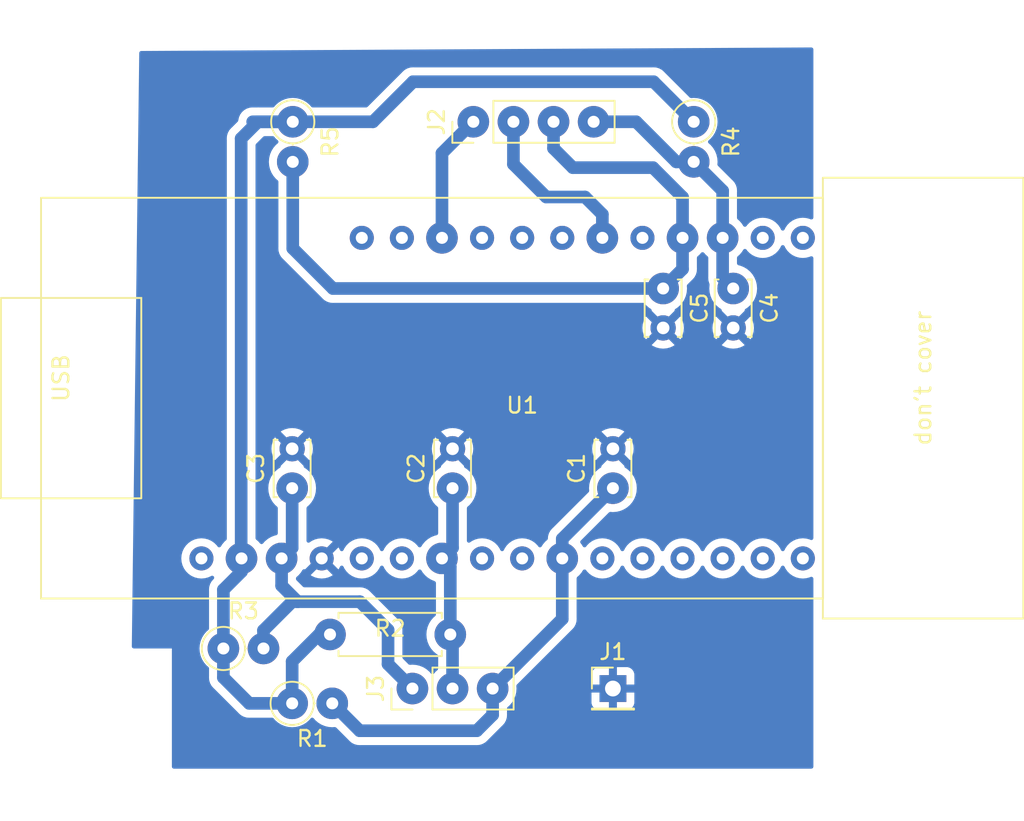
<source format=kicad_pcb>
(kicad_pcb (version 20211014) (generator pcbnew)
  (layers (0 "F.Cu" signal) (31 "B.Cu" signal) (37 "F.SilkS" user "F.Silkscreen") (44 "Edge.Cuts" user))
  (net 0 "")
  (net 1 "Net-(D1-Pad3)")
  (net 2 "+3.3V")
  (net 3 "Net-(C4-Pad1)")
  (net 4 "Net-(C5-Pad1)")
  (net 13 "GND")
  (net 22 "Net-(D1-Pad4)")
  (net 23 "Net-(C3-Pad1)")
  (net 24 "Net-(J3-Pad3)")
  (net 25 "Net-(J3-Pad2)")
  (footprint "Connector_PinHeader_2.54mm:PinHeader_1x01_P2.54mm_Vertical" (layer "F.Cu") (at 149.86 104.14)
    (fp_text reference "J1" (at 0 -2.33) (layer "F.SilkS"))
    (fp_text value "Conn_01x01_Female" hide)
    (fp_line (start -1.33 -1.33) (end 0 -1.33) (layer "F.SilkS") (width 0.12))
    (fp_line (start -1.33 1.33) (end 1.33 1.33) (layer "F.SilkS") (width 0.12))
    (fp_line (start -1.33 1.27) (end 1.33 1.27) (layer "F.SilkS") (width 0.12))
    (fp_line (start -1.33 1.27) (end -1.33 1.33) (layer "F.SilkS") (width 0.12))
    (fp_line (start -1.33 0) (end -1.33 -1.33) (layer "F.SilkS") (width 0.12))
    (fp_line (start 1.33 1.27) (end 1.33 1.33) (layer "F.SilkS") (width 0.12))
    (pad "1" thru_hole rect (at 0 0) (size 1.7 1.7) (drill 1) (layers *.Cu *.Mask) (net 13 "GND"))
  )
  (footprint "Connector_PinHeader_2.54mm:PinHeader_1x04_P2.54mm_Vertical" (layer "F.Cu") (at 141.017528 68.213111 90)
    (fp_text reference "J2" (at 0 -2.33 90) (layer "F.SilkS"))
    (fp_text value "Conn_01x04_Female")
    (fp_line (start 1.33 1.27) (end 1.33 8.95) (layer "F.SilkS") (width 0.12))
    (fp_line (start -1.33 1.27) (end 1.33 1.27) (layer "F.SilkS") (width 0.12))
    (fp_line (start -1.33 0) (end -1.33 -1.33) (layer "F.SilkS") (width 0.12))
    (fp_line (start -1.33 1.27) (end -1.33 8.95) (layer "F.SilkS") (width 0.12))
    (fp_line (start -1.33 8.95) (end 1.33 8.95) (layer "F.SilkS") (width 0.12))
    (fp_line (start -1.33 -1.33) (end 0 -1.33) (layer "F.SilkS") (width 0.12))
    (pad "1" thru_hole circle (at 0 0 270) (size 2 2) (drill 0.762) (layers *.Cu *.Mask) (net 1 "Net-(D1-Pad3)"))
    (pad "2" thru_hole circle (at 0 2.54 270) (size 2 2) (drill 0.762) (layers *.Cu *.Mask) (net 22 "Net-(D1-Pad4)"))
    (pad "3" thru_hole circle (at 0 5.08 270) (size 2 2) (drill 0.762) (layers *.Cu *.Mask) (net 4 "Net-(C5-Pad1)"))
    (pad "4" thru_hole circle (at 0 7.62 270) (size 2 2) (drill 0.762) (layers *.Cu *.Mask) (net 3 "Net-(C4-Pad1)"))
  )
  (footprint "Resistor_THT:R_Axial_DIN0207_L6.3mm_D2.5mm_P2.54mm_Vertical" (layer "F.Cu") (at 129.577528 68.213111 -90)
    (fp_text reference "R5" (at 1.27 -2.37 90) (layer "F.SilkS"))
    (fp_text value "1k")
    (fp_line (start 1.37 0) (end 1.44 0) (layer "F.SilkS") (width 0.12))
    (fp_circle (center 0 0) (end 1.37 0) (layer "F.SilkS") (width 0.12) (fill none))
    (pad "1" thru_hole circle (at 0 0 90) (size 2 2) (drill 0.762) (layers *.Cu *.Mask) (net 2 "+3.3V"))
    (pad "2" thru_hole circle (at 2.54 0 90) (size 2 2) (drill 0.762) (layers *.Cu *.Mask) (net 4 "Net-(C5-Pad1)"))
  )
  (footprint "Capacitor_THT:C_Disc_D3.4mm_W2.1mm_P2.50mm" (layer "F.Cu") (at 149.86 91.44 90)
    (fp_text reference "C1" (at 1.25 -2.3 90) (layer "F.SilkS"))
    (fp_text value "100nF")
    (fp_line (start -0.57 0.925) (end -0.57 1.17) (layer "F.SilkS") (width 0.12))
    (fp_line (start 3.07 0.925) (end 3.07 1.17) (layer "F.SilkS") (width 0.12))
    (fp_line (start -0.57 -1.17) (end -0.57 -0.925) (layer "F.SilkS") (width 0.12))
    (fp_line (start 3.07 -1.17) (end 3.07 -0.925) (layer "F.SilkS") (width 0.12))
    (fp_line (start -0.57 -1.17) (end 3.07 -1.17) (layer "F.SilkS") (width 0.12))
    (fp_line (start -0.57 1.17) (end 3.07 1.17) (layer "F.SilkS") (width 0.12))
    (pad "1" thru_hole circle (at 0 0 270) (size 2 2) (drill 0.762) (layers *.Cu *.Mask) (net 24 "Net-(J3-Pad3)"))
    (pad "2" thru_hole circle (at 2.5 0 90) (size 1.6 1.6) (drill 0.8) (layers *.Cu *.Mask) (net 13 "GND"))
  )
  (footprint "Resistor_THT:R_Axial_DIN0207_L6.3mm_D2.5mm_P2.54mm_Vertical" (layer "F.Cu") (at 154.977528 68.213111 -90)
    (fp_text reference "R4" (at 1.27 -2.37 90) (layer "F.SilkS"))
    (fp_text value "1k")
    (fp_line (start 1.37 0) (end 1.44 0) (layer "F.SilkS") (width 0.12))
    (fp_circle (center 0 0) (end 1.37 0) (layer "F.SilkS") (width 0.12) (fill none))
    (pad "1" thru_hole circle (at 0 0 90) (size 2 2) (drill 0.762) (layers *.Cu *.Mask) (net 2 "+3.3V"))
    (pad "2" thru_hole circle (at 2.54 0 90) (size 2 2) (drill 0.762) (layers *.Cu *.Mask) (net 3 "Net-(C4-Pad1)"))
  )
  (footprint "Capacitor_THT:C_Disc_D3.4mm_W2.1mm_P2.50mm" (layer "F.Cu") (at 157.48 78.78 -90)
    (fp_text reference "C4" (at 1.25 -2.3 90) (layer "F.SilkS"))
    (fp_text value "100nF")
    (fp_line (start -0.57 -1.17) (end 3.07 -1.17) (layer "F.SilkS") (width 0.12))
    (fp_line (start -0.57 -1.17) (end -0.57 -0.925) (layer "F.SilkS") (width 0.12))
    (fp_line (start 3.07 0.925) (end 3.07 1.17) (layer "F.SilkS") (width 0.12))
    (fp_line (start 3.07 -1.17) (end 3.07 -0.925) (layer "F.SilkS") (width 0.12))
    (fp_line (start -0.57 0.925) (end -0.57 1.17) (layer "F.SilkS") (width 0.12))
    (fp_line (start -0.57 1.17) (end 3.07 1.17) (layer "F.SilkS") (width 0.12))
    (pad "1" thru_hole circle (at 0 0 90) (size 2 2) (drill 0.762) (layers *.Cu *.Mask) (net 3 "Net-(C4-Pad1)"))
    (pad "2" thru_hole circle (at 2.5 0 270) (size 1.6 1.6) (drill 0.8) (layers *.Cu *.Mask) (net 13 "GND"))
  )
  (footprint "Capacitor_THT:C_Disc_D3.4mm_W2.1mm_P2.50mm" (layer "F.Cu") (at 139.7 91.44 90)
    (fp_text reference "C2" (at 1.25 -2.3 90) (layer "F.SilkS"))
    (fp_text value "100nF")
    (fp_line (start -0.57 -1.17) (end -0.57 -0.925) (layer "F.SilkS") (width 0.12))
    (fp_line (start 3.07 0.925) (end 3.07 1.17) (layer "F.SilkS") (width 0.12))
    (fp_line (start -0.57 0.925) (end -0.57 1.17) (layer "F.SilkS") (width 0.12))
    (fp_line (start -0.57 -1.17) (end 3.07 -1.17) (layer "F.SilkS") (width 0.12))
    (fp_line (start 3.07 -1.17) (end 3.07 -0.925) (layer "F.SilkS") (width 0.12))
    (fp_line (start -0.57 1.17) (end 3.07 1.17) (layer "F.SilkS") (width 0.12))
    (pad "1" thru_hole circle (at 0 0 270) (size 2 2) (drill 0.762) (layers *.Cu *.Mask) (net 25 "Net-(J3-Pad2)"))
    (pad "2" thru_hole circle (at 2.5 0 90) (size 1.6 1.6) (drill 0.8) (layers *.Cu *.Mask) (net 13 "GND"))
  )
  (footprint "BerndsMainLibrary:ESP32 ePulse Feather" (layer "F.Cu") (at 154.271282 85.730266 -90)
    (fp_text reference "U1" (at 0.46 10.16 unlocked) (layer "F.SilkS"))
    (fp_text value "ESP32_ePulse_Feather")
    (fp_text user "USB" (at -1.27 39.37 90 unlocked) (layer "F.SilkS"))
    (fp_text user "don't cover" (at -1.27 -15.24 90 unlocked) (layer "F.SilkS"))
    (fp_rect (start 12.7 40.64) (end -12.7 -8.89) (layer "F.SilkS") (width 0.12) (fill none))
    (fp_rect (start 13.97 -8.89) (end -13.97 -21.59) (layer "F.SilkS") (width 0.12) (fill none))
    (fp_rect (start -6.35 34.29) (end 6.35 43.18) (layer "F.SilkS") (width 0.12) (fill none))
    (pad "1" thru_hole circle (at -10.16 -7.62 90) (size 1.524 1.524) (drill 0.762) (layers *.Cu *.Mask))
    (pad "2" thru_hole circle (at -10.16 -5.08 90) (size 1.524 1.524) (drill 0.762) (layers *.Cu *.Mask))
    (pad "3" thru_hole circle (at -10.16 -2.54 90) (size 2 2) (drill 0.762) (layers *.Cu *.Mask) (net 3 "Net-(C4-Pad1)"))
    (pad "4" thru_hole circle (at -10.16 0 90) (size 2 2) (drill 0.762) (layers *.Cu *.Mask) (net 4 "Net-(C5-Pad1)"))
    (pad "5" thru_hole circle (at -10.16 2.54 90) (size 1.524 1.524) (drill 0.762) (layers *.Cu *.Mask))
    (pad "6" thru_hole circle (at -10.16 5.08 90) (size 2 2) (drill 0.762) (layers *.Cu *.Mask) (net 22 "Net-(D1-Pad4)"))
    (pad "7" thru_hole circle (at -10.16 7.62 90) (size 1.524 1.524) (drill 0.762) (layers *.Cu *.Mask))
    (pad "8" thru_hole circle (at -10.16 10.16 90) (size 1.524 1.524) (drill 0.762) (layers *.Cu *.Mask))
    (pad "9" thru_hole circle (at -10.16 12.7 90) (size 1.524 1.524) (drill 0.762) (layers *.Cu *.Mask))
    (pad "10" thru_hole circle (at -10.16 15.24 90) (size 2 2) (drill 0.762) (layers *.Cu *.Mask) (net 1 "Net-(D1-Pad3)"))
    (pad "11" thru_hole circle (at -10.16 17.78 90) (size 1.524 1.524) (drill 0.762) (layers *.Cu *.Mask))
    (pad "12" thru_hole circle (at -10.16 20.32 90) (size 1.524 1.524) (drill 0.762) (layers *.Cu *.Mask))
    (pad "13" thru_hole circle (at 10.16 30.48 90) (size 1.524 1.524) (drill 0.762) (layers *.Cu *.Mask))
    (pad "14" thru_hole circle (at 10.16 27.94 90) (size 2 2) (drill 0.762) (layers *.Cu *.Mask) (net 2 "+3.3V"))
    (pad "15" thru_hole circle (at 10.16 25.4 90) (size 2 2) (drill 0.762) (layers *.Cu *.Mask) (net 23 "Net-(C3-Pad1)"))
    (pad "16" thru_hole circle (at 10.16 22.86 90) (size 1.524 1.524) (drill 0.762) (layers *.Cu *.Mask) (net 13 "GND"))
    (pad "17" thru_hole circle (at 10.16 20.32 90) (size 1.524 1.524) (drill 0.762) (layers *.Cu *.Mask))
    (pad "18" thru_hole circle (at 10.16 17.78 90) (size 1.524 1.524) (drill 0.762) (layers *.Cu *.Mask))
    (pad "19" thru_hole circle (at 10.16 15.24 90) (size 2 2) (drill 0.762) (layers *.Cu *.Mask) (net 25 "Net-(J3-Pad2)"))
    (pad "20" thru_hole circle (at 10.16 12.7 90) (size 1.524 1.524) (drill 0.762) (layers *.Cu *.Mask))
    (pad "21" thru_hole circle (at 10.16 10.16 90) (size 1.524 1.524) (drill 0.762) (layers *.Cu *.Mask))
    (pad "22" thru_hole circle (at 10.16 7.62 90) (size 2 2) (drill 0.762) (layers *.Cu *.Mask) (net 24 "Net-(J3-Pad3)"))
    (pad "23" thru_hole circle (at 10.16 5.08 90) (size 1.524 1.524) (drill 0.762) (layers *.Cu *.Mask))
    (pad "24" thru_hole circle (at 10.16 2.54 90) (size 1.524 1.524) (drill 0.762) (layers *.Cu *.Mask))
    (pad "25" thru_hole circle (at 10.16 0 90) (size 1.524 1.524) (drill 0.762) (layers *.Cu *.Mask))
    (pad "26" thru_hole circle (at 10.16 -2.54 90) (size 1.524 1.524) (drill 0.762) (layers *.Cu *.Mask))
    (pad "27" thru_hole circle (at 10.16 -5.08 90) (size 1.524 1.524) (drill 0.762) (layers *.Cu *.Mask))
    (pad "28" thru_hole circle (at 10.16 -7.62 90) (size 1.524 1.524) (drill 0.762) (layers *.Cu *.Mask))
  )
  (footprint "Resistor_THT:R_Axial_DIN0207_L6.3mm_D2.5mm_P2.54mm_Vertical" (layer "F.Cu") (at 129.54 105.078392)
    (fp_text reference "R1" (at 1.27 2.236608) (layer "F.SilkS"))
    (fp_text value "1k")
    (fp_line (start 1.37 0) (end 1.44 0) (layer "F.SilkS") (width 0.12))
    (fp_circle (center 0 0) (end 1.37 0) (layer "F.SilkS") (width 0.12) (fill none))
    (pad "1" thru_hole circle (at 0 0 180) (size 2 2) (drill 0.762) (layers *.Cu *.Mask) (net 2 "+3.3V"))
    (pad "2" thru_hole circle (at 2.54 0 180) (size 2 2) (drill 0.762) (layers *.Cu *.Mask) (net 24 "Net-(J3-Pad3)"))
  )
  (footprint "Capacitor_THT:C_Disc_D3.4mm_W2.1mm_P2.50mm" (layer "F.Cu") (at 129.54 91.44 90)
    (fp_text reference "C3" (at 1.25 -2.3 90) (layer "F.SilkS"))
    (fp_text value "100nF")
    (fp_line (start -0.57 0.925) (end -0.57 1.17) (layer "F.SilkS") (width 0.12))
    (fp_line (start -0.57 -1.17) (end -0.57 -0.925) (layer "F.SilkS") (width 0.12))
    (fp_line (start 3.07 0.925) (end 3.07 1.17) (layer "F.SilkS") (width 0.12))
    (fp_line (start 3.07 -1.17) (end 3.07 -0.925) (layer "F.SilkS") (width 0.12))
    (fp_line (start -0.57 1.17) (end 3.07 1.17) (layer "F.SilkS") (width 0.12))
    (fp_line (start -0.57 -1.17) (end 3.07 -1.17) (layer "F.SilkS") (width 0.12))
    (pad "1" thru_hole circle (at 0 0 270) (size 2 2) (drill 0.762) (layers *.Cu *.Mask) (net 23 "Net-(C3-Pad1)"))
    (pad "2" thru_hole circle (at 2.5 0 90) (size 1.6 1.6) (drill 0.8) (layers *.Cu *.Mask) (net 13 "GND"))
  )
  (footprint "Connector_PinHeader_2.54mm:PinHeader_1x03_P2.54mm_Vertical" (layer "F.Cu") (at 137.16 104.14 90)
    (fp_text reference "J3" (at 0 -2.33 90) (layer "F.SilkS"))
    (fp_text value "Conn_01x03_Female" hide)
    (fp_line (start -1.33 0) (end -1.33 -1.33) (layer "F.SilkS") (width 0.12))
    (fp_line (start 1.33 1.27) (end 1.33 6.41) (layer "F.SilkS") (width 0.12))
    (fp_line (start -1.33 -1.33) (end 0 -1.33) (layer "F.SilkS") (width 0.12))
    (fp_line (start -1.33 1.27) (end -1.33 6.41) (layer "F.SilkS") (width 0.12))
    (fp_line (start -1.33 6.41) (end 1.33 6.41) (layer "F.SilkS") (width 0.12))
    (fp_line (start -1.33 1.27) (end 1.33 1.27) (layer "F.SilkS") (width 0.12))
    (pad "1" thru_hole circle (at 0 0 270) (size 2 2) (drill 0.762) (layers *.Cu *.Mask) (net 23 "Net-(C3-Pad1)"))
    (pad "2" thru_hole circle (at 0 2.54 270) (size 2 2) (drill 0.762) (layers *.Cu *.Mask) (net 25 "Net-(J3-Pad2)"))
    (pad "3" thru_hole circle (at 0 5.08 270) (size 2 2) (drill 0.762) (layers *.Cu *.Mask) (net 24 "Net-(J3-Pad3)"))
  )
  (footprint "Resistor_THT:R_Axial_DIN0207_L6.3mm_D2.5mm_P7.62mm_Horizontal" (layer "F.Cu") (at 131.937759 100.712054)
    (fp_text reference "R2" (at 3.81 -0.382054) (layer "F.SilkS"))
    (fp_text value "1k")
    (fp_line (start 0.54 -1.37) (end 7.08 -1.37) (layer "F.SilkS") (width 0.12))
    (fp_line (start 0.54 1.04) (end 0.54 1.37) (layer "F.SilkS") (width 0.12))
    (fp_line (start 7.08 -1.37) (end 7.08 -1.04) (layer "F.SilkS") (width 0.12))
    (fp_line (start 7.08 1.37) (end 7.08 1.04) (layer "F.SilkS") (width 0.12))
    (fp_line (start 0.54 1.37) (end 7.08 1.37) (layer "F.SilkS") (width 0.12))
    (fp_line (start 0.54 -1.04) (end 0.54 -1.37) (layer "F.SilkS") (width 0.12))
    (pad "1" thru_hole circle (at 0 0 180) (size 2 2) (drill 0.762) (layers *.Cu *.Mask) (net 2 "+3.3V"))
    (pad "2" thru_hole circle (at 7.62 0 180) (size 2 2) (drill 0.762) (layers *.Cu *.Mask) (net 25 "Net-(J3-Pad2)"))
  )
  (footprint "Capacitor_THT:C_Disc_D3.4mm_W2.1mm_P2.50mm" (layer "F.Cu") (at 153.041517 78.78 -90)
    (fp_text reference "C5" (at 1.25 -2.3 90) (layer "F.SilkS"))
    (fp_text value "100nF")
    (fp_line (start 3.07 -1.17) (end 3.07 -0.925) (layer "F.SilkS") (width 0.12))
    (fp_line (start 3.07 0.925) (end 3.07 1.17) (layer "F.SilkS") (width 0.12))
    (fp_line (start -0.57 -1.17) (end -0.57 -0.925) (layer "F.SilkS") (width 0.12))
    (fp_line (start -0.57 0.925) (end -0.57 1.17) (layer "F.SilkS") (width 0.12))
    (fp_line (start -0.57 1.17) (end 3.07 1.17) (layer "F.SilkS") (width 0.12))
    (fp_line (start -0.57 -1.17) (end 3.07 -1.17) (layer "F.SilkS") (width 0.12))
    (pad "1" thru_hole circle (at 0 0 90) (size 2 2) (drill 0.762) (layers *.Cu *.Mask) (net 4 "Net-(C5-Pad1)"))
    (pad "2" thru_hole circle (at 2.5 0 270) (size 1.6 1.6) (drill 0.8) (layers *.Cu *.Mask) (net 13 "GND"))
  )
  (footprint "Resistor_THT:R_Axial_DIN0207_L6.3mm_D2.5mm_P2.54mm_Vertical" (layer "F.Cu") (at 125.18304 101.6)
    (fp_text reference "R3" (at 1.27 -2.37) (layer "F.SilkS"))
    (fp_text value "1k")
    (fp_line (start 1.37 0) (end 1.44 0) (layer "F.SilkS") (width 0.12))
    (fp_circle (center 0 0) (end 1.37 0) (layer "F.SilkS") (width 0.12) (fill none))
    (pad "1" thru_hole circle (at 0 0 180) (size 2 2) (drill 0.762) (layers *.Cu *.Mask) (net 2 "+3.3V"))
    (pad "2" thru_hole circle (at 2.54 0 180) (size 2 2) (drill 0.762) (layers *.Cu *.Mask) (net 23 "Net-(C3-Pad1)"))
  )
  (segment (start 139.031282 75.570266) (end 139.031282 70.199357) (width 0.8) (layer "B.Cu") (net 1))
  (segment (start 139.031282 70.199357) (end 141.017528 68.213111) (width 0.8) (layer "B.Cu") (net 1))
  (segment (start 152.437528 65.673111) (end 137.197528 65.673111) (width 0.8) (layer "B.Cu") (net 2))
  (segment (start 125.18304 97.873814) (end 125.18304 101.6) (width 0.8) (layer "B.Cu") (net 2))
  (segment (start 126.817721 105.078392) (end 125.18304 103.443711) (width 0.8) (layer "B.Cu") (net 2))
  (segment (start 129.54 102.416632) (end 129.54 105.078392) (width 0.8) (layer "B.Cu") (net 2))
  (segment (start 129.54 105.078392) (end 126.817721 105.078392) (width 0.8) (layer "B.Cu") (net 2))
  (segment (start 126.30955 95.413322) (end 126.30955 69.27045) (width 0.8) (layer "B.Cu") (net 2))
  (segment (start 155.067664 68.122975) (end 154.977528 68.213111) (width 0.8) (layer "B.Cu") (net 2))
  (segment (start 126.331282 95.890266) (end 126.331282 96.725572) (width 0.8) (layer "B.Cu") (net 2))
  (segment (start 134.657528 68.213111) (end 129.577528 68.213111) (width 0.8) (layer "B.Cu") (net 2))
  (segment (start 126.30955 69.27045) (end 127.366889 68.213111) (width 0.8) (layer "B.Cu") (net 2))
  (segment (start 129.577528 68.213111) (end 127.037528 68.213111) (width 0.8) (layer "B.Cu") (net 2))
  (segment (start 125.18304 103.443711) (end 125.18304 101.6) (width 0.8) (layer "B.Cu") (net 2))
  (segment (start 127.366889 68.213111) (end 129.577528 68.213111) (width 0.8) (layer "B.Cu") (net 2))
  (segment (start 126.331282 96.725572) (end 125.18304 97.873814) (width 0.8) (layer "B.Cu") (net 2))
  (segment (start 131.937759 100.712054) (end 131.244578 100.712054) (width 0.8) (layer "B.Cu") (net 2))
  (segment (start 137.197528 65.673111) (end 134.657528 68.213111) (width 0.8) (layer "B.Cu") (net 2))
  (segment (start 154.977528 68.213111) (end 152.437528 65.673111) (width 0.8) (layer "B.Cu") (net 2))
  (segment (start 131.244578 100.712054) (end 129.54 102.416632) (width 0.8) (layer "B.Cu") (net 2))
  (segment (start 154.977528 70.753111) (end 156.811282 72.586865) (width 0.8) (layer "B.Cu") (net 3))
  (segment (start 153.871589 70.753111) (end 151.331589 68.213111) (width 0.8) (layer "B.Cu") (net 3))
  (segment (start 151.331589 68.213111) (end 148.637528 68.213111) (width 0.8) (layer "B.Cu") (net 3))
  (segment (start 156.811282 78.111282) (end 157.48 78.78) (width 0.8) (layer "B.Cu") (net 3))
  (segment (start 156.811282 75.570266) (end 156.811282 78.111282) (width 0.8) (layer "B.Cu") (net 3))
  (segment (start 154.977528 70.753111) (end 153.871589 70.753111) (width 0.8) (layer "B.Cu") (net 3))
  (segment (start 156.811282 72.586865) (end 156.811282 75.570266) (width 0.8) (layer "B.Cu") (net 3))
  (segment (start 129.577528 76.237528) (end 129.577528 70.753111) (width 0.8) (layer "B.Cu") (net 4))
  (segment (start 147.32 71.12) (end 152.4 71.12) (width 0.8) (layer "B.Cu") (net 4))
  (segment (start 146.097528 69.897528) (end 147.32 71.12) (width 0.8) (layer "B.Cu") (net 4))
  (segment (start 154.271282 75.570266) (end 154.271282 77.550235) (width 0.8) (layer "B.Cu") (net 4))
  (segment (start 154.271282 77.550235) (end 153.041517 78.78) (width 0.8) (layer "B.Cu") (net 4))
  (segment (start 146.097528 68.213111) (end 146.097528 69.897528) (width 0.8) (layer "B.Cu") (net 4))
  (segment (start 153.041517 78.78) (end 132.12 78.78) (width 0.8) (layer "B.Cu") (net 4))
  (segment (start 152.4 71.12) (end 154.271282 72.991282) (width 0.8) (layer "B.Cu") (net 4))
  (segment (start 132.12 78.78) (end 129.577528 76.237528) (width 0.8) (layer "B.Cu") (net 4))
  (segment (start 154.271282 72.991282) (end 154.271282 75.570266) (width 0.8) (layer "B.Cu") (net 4))
  (segment (start 143.557528 70.903656) (end 145.634611 72.980739) (width 0.8) (layer "B.Cu") (net 22))
  (segment (start 145.634611 72.980739) (end 148.092709 72.980739) (width 0.8) (layer "B.Cu") (net 22))
  (segment (start 148.092709 72.980739) (end 149.191282 74.079312) (width 0.8) (layer "B.Cu") (net 22))
  (segment (start 143.557528 68.213111) (end 143.557528 70.903656) (width 0.8) (layer "B.Cu") (net 22))
  (segment (start 149.191282 74.079312) (end 149.191282 75.570266) (width 0.8) (layer "B.Cu") (net 22))
  (segment (start 135.614529 102.594529) (end 135.614529 100.418948) (width 0.8) (layer "B.Cu") (net 23))
  (segment (start 127.72304 100.449854) (end 129.539231 98.633663) (width 0.8) (layer "B.Cu") (net 23))
  (segment (start 129.54 95.221548) (end 128.871282 95.890266) (width 0.8) (layer "B.Cu") (net 23))
  (segment (start 129.88563 98.633663) (end 128.871282 97.619315) (width 0.8) (layer "B.Cu") (net 23))
  (segment (start 133.829244 98.633663) (end 129.88563 98.633663) (width 0.8) (layer "B.Cu") (net 23))
  (segment (start 129.539231 98.633663) (end 129.88563 98.633663) (width 0.8) (layer "B.Cu") (net 23))
  (segment (start 129.54 91.44) (end 129.54 95.221548) (width 0.8) (layer "B.Cu") (net 23))
  (segment (start 135.614529 100.418948) (end 133.829244 98.633663) (width 0.8) (layer "B.Cu") (net 23))
  (segment (start 128.871282 97.619315) (end 128.871282 95.890266) (width 0.8) (layer "B.Cu") (net 23))
  (segment (start 137.16 104.14) (end 135.614529 102.594529) (width 0.8) (layer "B.Cu") (net 23))
  (segment (start 127.72304 101.6) (end 127.72304 100.449854) (width 0.8) (layer "B.Cu") (net 23))
  (segment (start 132.08 105.078392) (end 133.815606 106.813998) (width 0.8) (layer "B.Cu") (net 24))
  (segment (start 142.24 105.810842) (end 142.24 104.14) (width 0.8) (layer "B.Cu") (net 24))
  (segment (start 146.651282 99.728718) (end 142.24 104.14) (width 0.8) (layer "B.Cu") (net 24))
  (segment (start 146.651282 94.648718) (end 146.651282 95.890266) (width 0.8) (layer "B.Cu") (net 24))
  (segment (start 133.815606 106.813998) (end 141.236844 106.813998) (width 0.8) (layer "B.Cu") (net 24))
  (segment (start 146.651282 95.890266) (end 146.651282 99.728718) (width 0.8) (layer "B.Cu") (net 24))
  (segment (start 141.236844 106.813998) (end 142.24 105.810842) (width 0.8) (layer "B.Cu") (net 24))
  (segment (start 149.86 91.44) (end 146.651282 94.648718) (width 0.8) (layer "B.Cu") (net 24))
  (segment (start 139.7 95.221548) (end 139.031282 95.890266) (width 0.8) (layer "B.Cu") (net 25))
  (segment (start 139.557759 96.416743) (end 139.031282 95.890266) (width 0.8) (layer "B.Cu") (net 25))
  (segment (start 139.7 100.854295) (end 139.557759 100.712054) (width 0.8) (layer "B.Cu") (net 25))
  (segment (start 139.557759 100.712054) (end 139.557759 96.416743) (width 0.8) (layer "B.Cu") (net 25))
  (segment (start 139.603699 104.043699) (end 139.7 104.14) (width 0.8) (layer "B.Cu") (net 25))
  (segment (start 139.7 104.14) (end 139.7 100.854295) (width 0.8) (layer "B.Cu") (net 25))
  (segment (start 139.7 91.44) (end 139.7 95.221548) (width 0.8) (layer "B.Cu") (net 25))
  (zone (net 13) (net_name "GND") (layer "B.Cu") (connect_pads (clearance 0.508)) (min_thickness 0.254) (fill yes (thermal_gap 0.508) (thermal_bridge_width 0.508))
    (polygon (pts (xy 162.56 109.22) (xy 121.92 109.22) (xy 121.92 101.6) (xy 119.38 101.6) (xy 119.853179 63.723858) (xy 162.56 63.5)))
  )
)
</source>
